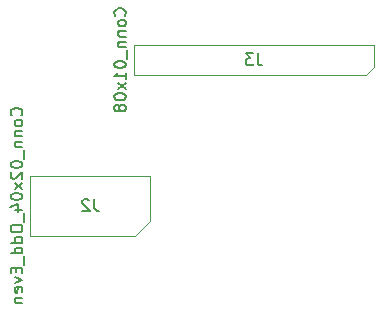
<source format=gbr>
%TF.GenerationSoftware,KiCad,Pcbnew,9.0.4*%
%TF.CreationDate,2025-12-04T13:46:48-07:00*%
%TF.ProjectId,HW2 folder,48573220-666f-46c6-9465-722e6b696361,rev?*%
%TF.SameCoordinates,Original*%
%TF.FileFunction,AssemblyDrawing,Bot*%
%FSLAX46Y46*%
G04 Gerber Fmt 4.6, Leading zero omitted, Abs format (unit mm)*
G04 Created by KiCad (PCBNEW 9.0.4) date 2025-12-04 13:46:48*
%MOMM*%
%LPD*%
G01*
G04 APERTURE LIST*
%ADD10C,0.150000*%
%ADD11C,0.100000*%
G04 APERTURE END LIST*
D10*
X147382380Y-84806304D02*
X147430000Y-84758685D01*
X147430000Y-84758685D02*
X147477619Y-84615828D01*
X147477619Y-84615828D02*
X147477619Y-84520590D01*
X147477619Y-84520590D02*
X147430000Y-84377733D01*
X147430000Y-84377733D02*
X147334761Y-84282495D01*
X147334761Y-84282495D02*
X147239523Y-84234876D01*
X147239523Y-84234876D02*
X147049047Y-84187257D01*
X147049047Y-84187257D02*
X146906190Y-84187257D01*
X146906190Y-84187257D02*
X146715714Y-84234876D01*
X146715714Y-84234876D02*
X146620476Y-84282495D01*
X146620476Y-84282495D02*
X146525238Y-84377733D01*
X146525238Y-84377733D02*
X146477619Y-84520590D01*
X146477619Y-84520590D02*
X146477619Y-84615828D01*
X146477619Y-84615828D02*
X146525238Y-84758685D01*
X146525238Y-84758685D02*
X146572857Y-84806304D01*
X147477619Y-85377733D02*
X147430000Y-85282495D01*
X147430000Y-85282495D02*
X147382380Y-85234876D01*
X147382380Y-85234876D02*
X147287142Y-85187257D01*
X147287142Y-85187257D02*
X147001428Y-85187257D01*
X147001428Y-85187257D02*
X146906190Y-85234876D01*
X146906190Y-85234876D02*
X146858571Y-85282495D01*
X146858571Y-85282495D02*
X146810952Y-85377733D01*
X146810952Y-85377733D02*
X146810952Y-85520590D01*
X146810952Y-85520590D02*
X146858571Y-85615828D01*
X146858571Y-85615828D02*
X146906190Y-85663447D01*
X146906190Y-85663447D02*
X147001428Y-85711066D01*
X147001428Y-85711066D02*
X147287142Y-85711066D01*
X147287142Y-85711066D02*
X147382380Y-85663447D01*
X147382380Y-85663447D02*
X147430000Y-85615828D01*
X147430000Y-85615828D02*
X147477619Y-85520590D01*
X147477619Y-85520590D02*
X147477619Y-85377733D01*
X146810952Y-86139638D02*
X147477619Y-86139638D01*
X146906190Y-86139638D02*
X146858571Y-86187257D01*
X146858571Y-86187257D02*
X146810952Y-86282495D01*
X146810952Y-86282495D02*
X146810952Y-86425352D01*
X146810952Y-86425352D02*
X146858571Y-86520590D01*
X146858571Y-86520590D02*
X146953809Y-86568209D01*
X146953809Y-86568209D02*
X147477619Y-86568209D01*
X146810952Y-87044400D02*
X147477619Y-87044400D01*
X146906190Y-87044400D02*
X146858571Y-87092019D01*
X146858571Y-87092019D02*
X146810952Y-87187257D01*
X146810952Y-87187257D02*
X146810952Y-87330114D01*
X146810952Y-87330114D02*
X146858571Y-87425352D01*
X146858571Y-87425352D02*
X146953809Y-87472971D01*
X146953809Y-87472971D02*
X147477619Y-87472971D01*
X147572857Y-87711067D02*
X147572857Y-88472971D01*
X146477619Y-88901543D02*
X146477619Y-88996781D01*
X146477619Y-88996781D02*
X146525238Y-89092019D01*
X146525238Y-89092019D02*
X146572857Y-89139638D01*
X146572857Y-89139638D02*
X146668095Y-89187257D01*
X146668095Y-89187257D02*
X146858571Y-89234876D01*
X146858571Y-89234876D02*
X147096666Y-89234876D01*
X147096666Y-89234876D02*
X147287142Y-89187257D01*
X147287142Y-89187257D02*
X147382380Y-89139638D01*
X147382380Y-89139638D02*
X147430000Y-89092019D01*
X147430000Y-89092019D02*
X147477619Y-88996781D01*
X147477619Y-88996781D02*
X147477619Y-88901543D01*
X147477619Y-88901543D02*
X147430000Y-88806305D01*
X147430000Y-88806305D02*
X147382380Y-88758686D01*
X147382380Y-88758686D02*
X147287142Y-88711067D01*
X147287142Y-88711067D02*
X147096666Y-88663448D01*
X147096666Y-88663448D02*
X146858571Y-88663448D01*
X146858571Y-88663448D02*
X146668095Y-88711067D01*
X146668095Y-88711067D02*
X146572857Y-88758686D01*
X146572857Y-88758686D02*
X146525238Y-88806305D01*
X146525238Y-88806305D02*
X146477619Y-88901543D01*
X147477619Y-90187257D02*
X147477619Y-89615829D01*
X147477619Y-89901543D02*
X146477619Y-89901543D01*
X146477619Y-89901543D02*
X146620476Y-89806305D01*
X146620476Y-89806305D02*
X146715714Y-89711067D01*
X146715714Y-89711067D02*
X146763333Y-89615829D01*
X147477619Y-90520591D02*
X146810952Y-91044400D01*
X146810952Y-90520591D02*
X147477619Y-91044400D01*
X146477619Y-91615829D02*
X146477619Y-91711067D01*
X146477619Y-91711067D02*
X146525238Y-91806305D01*
X146525238Y-91806305D02*
X146572857Y-91853924D01*
X146572857Y-91853924D02*
X146668095Y-91901543D01*
X146668095Y-91901543D02*
X146858571Y-91949162D01*
X146858571Y-91949162D02*
X147096666Y-91949162D01*
X147096666Y-91949162D02*
X147287142Y-91901543D01*
X147287142Y-91901543D02*
X147382380Y-91853924D01*
X147382380Y-91853924D02*
X147430000Y-91806305D01*
X147430000Y-91806305D02*
X147477619Y-91711067D01*
X147477619Y-91711067D02*
X147477619Y-91615829D01*
X147477619Y-91615829D02*
X147430000Y-91520591D01*
X147430000Y-91520591D02*
X147382380Y-91472972D01*
X147382380Y-91472972D02*
X147287142Y-91425353D01*
X147287142Y-91425353D02*
X147096666Y-91377734D01*
X147096666Y-91377734D02*
X146858571Y-91377734D01*
X146858571Y-91377734D02*
X146668095Y-91425353D01*
X146668095Y-91425353D02*
X146572857Y-91472972D01*
X146572857Y-91472972D02*
X146525238Y-91520591D01*
X146525238Y-91520591D02*
X146477619Y-91615829D01*
X146906190Y-92520591D02*
X146858571Y-92425353D01*
X146858571Y-92425353D02*
X146810952Y-92377734D01*
X146810952Y-92377734D02*
X146715714Y-92330115D01*
X146715714Y-92330115D02*
X146668095Y-92330115D01*
X146668095Y-92330115D02*
X146572857Y-92377734D01*
X146572857Y-92377734D02*
X146525238Y-92425353D01*
X146525238Y-92425353D02*
X146477619Y-92520591D01*
X146477619Y-92520591D02*
X146477619Y-92711067D01*
X146477619Y-92711067D02*
X146525238Y-92806305D01*
X146525238Y-92806305D02*
X146572857Y-92853924D01*
X146572857Y-92853924D02*
X146668095Y-92901543D01*
X146668095Y-92901543D02*
X146715714Y-92901543D01*
X146715714Y-92901543D02*
X146810952Y-92853924D01*
X146810952Y-92853924D02*
X146858571Y-92806305D01*
X146858571Y-92806305D02*
X146906190Y-92711067D01*
X146906190Y-92711067D02*
X146906190Y-92520591D01*
X146906190Y-92520591D02*
X146953809Y-92425353D01*
X146953809Y-92425353D02*
X147001428Y-92377734D01*
X147001428Y-92377734D02*
X147096666Y-92330115D01*
X147096666Y-92330115D02*
X147287142Y-92330115D01*
X147287142Y-92330115D02*
X147382380Y-92377734D01*
X147382380Y-92377734D02*
X147430000Y-92425353D01*
X147430000Y-92425353D02*
X147477619Y-92520591D01*
X147477619Y-92520591D02*
X147477619Y-92711067D01*
X147477619Y-92711067D02*
X147430000Y-92806305D01*
X147430000Y-92806305D02*
X147382380Y-92853924D01*
X147382380Y-92853924D02*
X147287142Y-92901543D01*
X147287142Y-92901543D02*
X147096666Y-92901543D01*
X147096666Y-92901543D02*
X147001428Y-92853924D01*
X147001428Y-92853924D02*
X146953809Y-92806305D01*
X146953809Y-92806305D02*
X146906190Y-92711067D01*
X158626133Y-87999219D02*
X158626133Y-88713504D01*
X158626133Y-88713504D02*
X158673752Y-88856361D01*
X158673752Y-88856361D02*
X158768990Y-88951600D01*
X158768990Y-88951600D02*
X158911847Y-88999219D01*
X158911847Y-88999219D02*
X159007085Y-88999219D01*
X158245180Y-87999219D02*
X157626133Y-87999219D01*
X157626133Y-87999219D02*
X157959466Y-88380171D01*
X157959466Y-88380171D02*
X157816609Y-88380171D01*
X157816609Y-88380171D02*
X157721371Y-88427790D01*
X157721371Y-88427790D02*
X157673752Y-88475409D01*
X157673752Y-88475409D02*
X157626133Y-88570647D01*
X157626133Y-88570647D02*
X157626133Y-88808742D01*
X157626133Y-88808742D02*
X157673752Y-88903980D01*
X157673752Y-88903980D02*
X157721371Y-88951600D01*
X157721371Y-88951600D02*
X157816609Y-88999219D01*
X157816609Y-88999219D02*
X158102323Y-88999219D01*
X158102323Y-88999219D02*
X158197561Y-88951600D01*
X158197561Y-88951600D02*
X158245180Y-88903980D01*
X138619380Y-93245941D02*
X138667000Y-93198322D01*
X138667000Y-93198322D02*
X138714619Y-93055465D01*
X138714619Y-93055465D02*
X138714619Y-92960227D01*
X138714619Y-92960227D02*
X138667000Y-92817370D01*
X138667000Y-92817370D02*
X138571761Y-92722132D01*
X138571761Y-92722132D02*
X138476523Y-92674513D01*
X138476523Y-92674513D02*
X138286047Y-92626894D01*
X138286047Y-92626894D02*
X138143190Y-92626894D01*
X138143190Y-92626894D02*
X137952714Y-92674513D01*
X137952714Y-92674513D02*
X137857476Y-92722132D01*
X137857476Y-92722132D02*
X137762238Y-92817370D01*
X137762238Y-92817370D02*
X137714619Y-92960227D01*
X137714619Y-92960227D02*
X137714619Y-93055465D01*
X137714619Y-93055465D02*
X137762238Y-93198322D01*
X137762238Y-93198322D02*
X137809857Y-93245941D01*
X138714619Y-93817370D02*
X138667000Y-93722132D01*
X138667000Y-93722132D02*
X138619380Y-93674513D01*
X138619380Y-93674513D02*
X138524142Y-93626894D01*
X138524142Y-93626894D02*
X138238428Y-93626894D01*
X138238428Y-93626894D02*
X138143190Y-93674513D01*
X138143190Y-93674513D02*
X138095571Y-93722132D01*
X138095571Y-93722132D02*
X138047952Y-93817370D01*
X138047952Y-93817370D02*
X138047952Y-93960227D01*
X138047952Y-93960227D02*
X138095571Y-94055465D01*
X138095571Y-94055465D02*
X138143190Y-94103084D01*
X138143190Y-94103084D02*
X138238428Y-94150703D01*
X138238428Y-94150703D02*
X138524142Y-94150703D01*
X138524142Y-94150703D02*
X138619380Y-94103084D01*
X138619380Y-94103084D02*
X138667000Y-94055465D01*
X138667000Y-94055465D02*
X138714619Y-93960227D01*
X138714619Y-93960227D02*
X138714619Y-93817370D01*
X138047952Y-94579275D02*
X138714619Y-94579275D01*
X138143190Y-94579275D02*
X138095571Y-94626894D01*
X138095571Y-94626894D02*
X138047952Y-94722132D01*
X138047952Y-94722132D02*
X138047952Y-94864989D01*
X138047952Y-94864989D02*
X138095571Y-94960227D01*
X138095571Y-94960227D02*
X138190809Y-95007846D01*
X138190809Y-95007846D02*
X138714619Y-95007846D01*
X138047952Y-95484037D02*
X138714619Y-95484037D01*
X138143190Y-95484037D02*
X138095571Y-95531656D01*
X138095571Y-95531656D02*
X138047952Y-95626894D01*
X138047952Y-95626894D02*
X138047952Y-95769751D01*
X138047952Y-95769751D02*
X138095571Y-95864989D01*
X138095571Y-95864989D02*
X138190809Y-95912608D01*
X138190809Y-95912608D02*
X138714619Y-95912608D01*
X138809857Y-96150704D02*
X138809857Y-96912608D01*
X137714619Y-97341180D02*
X137714619Y-97436418D01*
X137714619Y-97436418D02*
X137762238Y-97531656D01*
X137762238Y-97531656D02*
X137809857Y-97579275D01*
X137809857Y-97579275D02*
X137905095Y-97626894D01*
X137905095Y-97626894D02*
X138095571Y-97674513D01*
X138095571Y-97674513D02*
X138333666Y-97674513D01*
X138333666Y-97674513D02*
X138524142Y-97626894D01*
X138524142Y-97626894D02*
X138619380Y-97579275D01*
X138619380Y-97579275D02*
X138667000Y-97531656D01*
X138667000Y-97531656D02*
X138714619Y-97436418D01*
X138714619Y-97436418D02*
X138714619Y-97341180D01*
X138714619Y-97341180D02*
X138667000Y-97245942D01*
X138667000Y-97245942D02*
X138619380Y-97198323D01*
X138619380Y-97198323D02*
X138524142Y-97150704D01*
X138524142Y-97150704D02*
X138333666Y-97103085D01*
X138333666Y-97103085D02*
X138095571Y-97103085D01*
X138095571Y-97103085D02*
X137905095Y-97150704D01*
X137905095Y-97150704D02*
X137809857Y-97198323D01*
X137809857Y-97198323D02*
X137762238Y-97245942D01*
X137762238Y-97245942D02*
X137714619Y-97341180D01*
X137809857Y-98055466D02*
X137762238Y-98103085D01*
X137762238Y-98103085D02*
X137714619Y-98198323D01*
X137714619Y-98198323D02*
X137714619Y-98436418D01*
X137714619Y-98436418D02*
X137762238Y-98531656D01*
X137762238Y-98531656D02*
X137809857Y-98579275D01*
X137809857Y-98579275D02*
X137905095Y-98626894D01*
X137905095Y-98626894D02*
X138000333Y-98626894D01*
X138000333Y-98626894D02*
X138143190Y-98579275D01*
X138143190Y-98579275D02*
X138714619Y-98007847D01*
X138714619Y-98007847D02*
X138714619Y-98626894D01*
X138714619Y-98960228D02*
X138047952Y-99484037D01*
X138047952Y-98960228D02*
X138714619Y-99484037D01*
X137714619Y-100055466D02*
X137714619Y-100150704D01*
X137714619Y-100150704D02*
X137762238Y-100245942D01*
X137762238Y-100245942D02*
X137809857Y-100293561D01*
X137809857Y-100293561D02*
X137905095Y-100341180D01*
X137905095Y-100341180D02*
X138095571Y-100388799D01*
X138095571Y-100388799D02*
X138333666Y-100388799D01*
X138333666Y-100388799D02*
X138524142Y-100341180D01*
X138524142Y-100341180D02*
X138619380Y-100293561D01*
X138619380Y-100293561D02*
X138667000Y-100245942D01*
X138667000Y-100245942D02*
X138714619Y-100150704D01*
X138714619Y-100150704D02*
X138714619Y-100055466D01*
X138714619Y-100055466D02*
X138667000Y-99960228D01*
X138667000Y-99960228D02*
X138619380Y-99912609D01*
X138619380Y-99912609D02*
X138524142Y-99864990D01*
X138524142Y-99864990D02*
X138333666Y-99817371D01*
X138333666Y-99817371D02*
X138095571Y-99817371D01*
X138095571Y-99817371D02*
X137905095Y-99864990D01*
X137905095Y-99864990D02*
X137809857Y-99912609D01*
X137809857Y-99912609D02*
X137762238Y-99960228D01*
X137762238Y-99960228D02*
X137714619Y-100055466D01*
X138047952Y-101245942D02*
X138714619Y-101245942D01*
X137667000Y-101007847D02*
X138381285Y-100769752D01*
X138381285Y-100769752D02*
X138381285Y-101388799D01*
X138809857Y-101531657D02*
X138809857Y-102293561D01*
X137714619Y-102722133D02*
X137714619Y-102912609D01*
X137714619Y-102912609D02*
X137762238Y-103007847D01*
X137762238Y-103007847D02*
X137857476Y-103103085D01*
X137857476Y-103103085D02*
X138047952Y-103150704D01*
X138047952Y-103150704D02*
X138381285Y-103150704D01*
X138381285Y-103150704D02*
X138571761Y-103103085D01*
X138571761Y-103103085D02*
X138667000Y-103007847D01*
X138667000Y-103007847D02*
X138714619Y-102912609D01*
X138714619Y-102912609D02*
X138714619Y-102722133D01*
X138714619Y-102722133D02*
X138667000Y-102626895D01*
X138667000Y-102626895D02*
X138571761Y-102531657D01*
X138571761Y-102531657D02*
X138381285Y-102484038D01*
X138381285Y-102484038D02*
X138047952Y-102484038D01*
X138047952Y-102484038D02*
X137857476Y-102531657D01*
X137857476Y-102531657D02*
X137762238Y-102626895D01*
X137762238Y-102626895D02*
X137714619Y-102722133D01*
X138714619Y-104007847D02*
X137714619Y-104007847D01*
X138667000Y-104007847D02*
X138714619Y-103912609D01*
X138714619Y-103912609D02*
X138714619Y-103722133D01*
X138714619Y-103722133D02*
X138667000Y-103626895D01*
X138667000Y-103626895D02*
X138619380Y-103579276D01*
X138619380Y-103579276D02*
X138524142Y-103531657D01*
X138524142Y-103531657D02*
X138238428Y-103531657D01*
X138238428Y-103531657D02*
X138143190Y-103579276D01*
X138143190Y-103579276D02*
X138095571Y-103626895D01*
X138095571Y-103626895D02*
X138047952Y-103722133D01*
X138047952Y-103722133D02*
X138047952Y-103912609D01*
X138047952Y-103912609D02*
X138095571Y-104007847D01*
X138714619Y-104912609D02*
X137714619Y-104912609D01*
X138667000Y-104912609D02*
X138714619Y-104817371D01*
X138714619Y-104817371D02*
X138714619Y-104626895D01*
X138714619Y-104626895D02*
X138667000Y-104531657D01*
X138667000Y-104531657D02*
X138619380Y-104484038D01*
X138619380Y-104484038D02*
X138524142Y-104436419D01*
X138524142Y-104436419D02*
X138238428Y-104436419D01*
X138238428Y-104436419D02*
X138143190Y-104484038D01*
X138143190Y-104484038D02*
X138095571Y-104531657D01*
X138095571Y-104531657D02*
X138047952Y-104626895D01*
X138047952Y-104626895D02*
X138047952Y-104817371D01*
X138047952Y-104817371D02*
X138095571Y-104912609D01*
X138809857Y-105150705D02*
X138809857Y-105912609D01*
X138190809Y-106150705D02*
X138190809Y-106484038D01*
X138714619Y-106626895D02*
X138714619Y-106150705D01*
X138714619Y-106150705D02*
X137714619Y-106150705D01*
X137714619Y-106150705D02*
X137714619Y-106626895D01*
X138047952Y-106960229D02*
X138714619Y-107198324D01*
X138714619Y-107198324D02*
X138047952Y-107436419D01*
X138667000Y-108198324D02*
X138714619Y-108103086D01*
X138714619Y-108103086D02*
X138714619Y-107912610D01*
X138714619Y-107912610D02*
X138667000Y-107817372D01*
X138667000Y-107817372D02*
X138571761Y-107769753D01*
X138571761Y-107769753D02*
X138190809Y-107769753D01*
X138190809Y-107769753D02*
X138095571Y-107817372D01*
X138095571Y-107817372D02*
X138047952Y-107912610D01*
X138047952Y-107912610D02*
X138047952Y-108103086D01*
X138047952Y-108103086D02*
X138095571Y-108198324D01*
X138095571Y-108198324D02*
X138190809Y-108245943D01*
X138190809Y-108245943D02*
X138286047Y-108245943D01*
X138286047Y-108245943D02*
X138381285Y-107769753D01*
X138047952Y-108674515D02*
X138714619Y-108674515D01*
X138143190Y-108674515D02*
X138095571Y-108722134D01*
X138095571Y-108722134D02*
X138047952Y-108817372D01*
X138047952Y-108817372D02*
X138047952Y-108960229D01*
X138047952Y-108960229D02*
X138095571Y-109055467D01*
X138095571Y-109055467D02*
X138190809Y-109103086D01*
X138190809Y-109103086D02*
X138714619Y-109103086D01*
X144783133Y-100343619D02*
X144783133Y-101057904D01*
X144783133Y-101057904D02*
X144830752Y-101200761D01*
X144830752Y-101200761D02*
X144925990Y-101296000D01*
X144925990Y-101296000D02*
X145068847Y-101343619D01*
X145068847Y-101343619D02*
X145164085Y-101343619D01*
X144354561Y-100438857D02*
X144306942Y-100391238D01*
X144306942Y-100391238D02*
X144211704Y-100343619D01*
X144211704Y-100343619D02*
X143973609Y-100343619D01*
X143973609Y-100343619D02*
X143878371Y-100391238D01*
X143878371Y-100391238D02*
X143830752Y-100438857D01*
X143830752Y-100438857D02*
X143783133Y-100534095D01*
X143783133Y-100534095D02*
X143783133Y-100629333D01*
X143783133Y-100629333D02*
X143830752Y-100772190D01*
X143830752Y-100772190D02*
X144402180Y-101343619D01*
X144402180Y-101343619D02*
X143783133Y-101343619D01*
D11*
%TO.C,J3*%
X148132800Y-87274400D02*
X148132800Y-89814400D01*
X148132800Y-89814400D02*
X167817800Y-89814400D01*
X167817800Y-89814400D02*
X168452800Y-89179400D01*
X168452800Y-87274400D02*
X148132800Y-87274400D01*
X168452800Y-89179400D02*
X168452800Y-87274400D01*
%TO.C,J2*%
X139369800Y-98348800D02*
X139369800Y-103428800D01*
X139369800Y-103428800D02*
X148259800Y-103428800D01*
X148259800Y-103428800D02*
X149529800Y-102158800D01*
X149529800Y-98348800D02*
X139369800Y-98348800D01*
X149529800Y-102158800D02*
X149529800Y-98348800D01*
%TD*%
M02*

</source>
